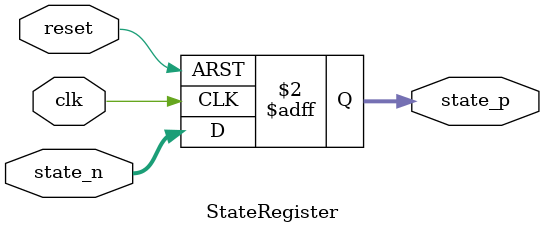
<source format=v>
`timescale 1ns / 1ps

module StateRegister(
    input reset,
    input clk,
    input [2:0] state_n,
    
    output reg [2:0] state_p
    );
    
    
    always @ (posedge clk, posedge reset)
    begin
        if(reset)
            state_p = 3'b000;
        else
            state_p = state_n;
    end
    
    
endmodule
</source>
